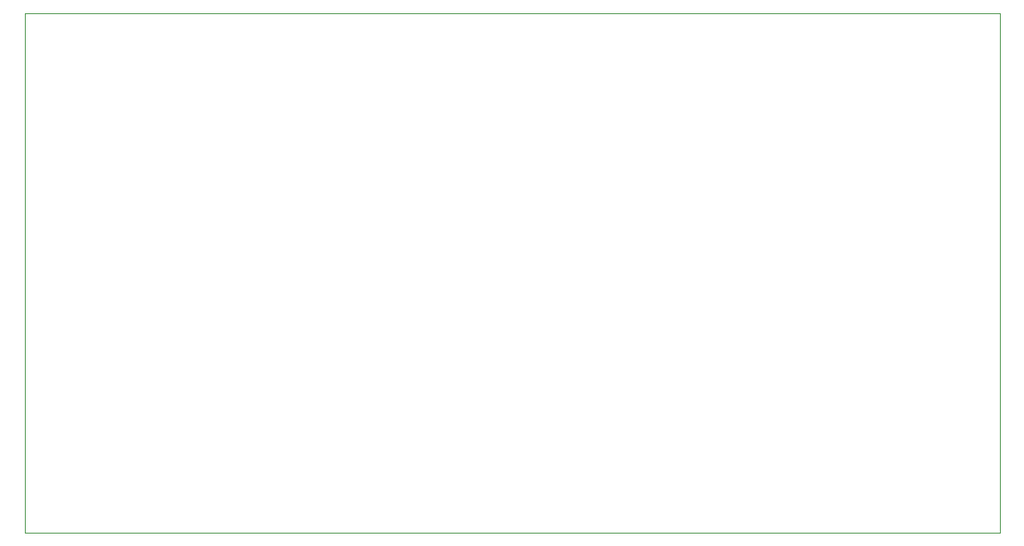
<source format=gm1>
%TF.GenerationSoftware,KiCad,Pcbnew,9.0.1*%
%TF.CreationDate,2025-05-12T16:26:17+02:00*%
%TF.ProjectId,Verst_rker,56657273-74e4-4726-9b65-722e6b696361,1*%
%TF.SameCoordinates,Original*%
%TF.FileFunction,Profile,NP*%
%FSLAX46Y46*%
G04 Gerber Fmt 4.6, Leading zero omitted, Abs format (unit mm)*
G04 Created by KiCad (PCBNEW 9.0.1) date 2025-05-12 16:26:17*
%MOMM*%
%LPD*%
G01*
G04 APERTURE LIST*
%TA.AperFunction,Profile*%
%ADD10C,0.050000*%
%TD*%
G04 APERTURE END LIST*
D10*
X37000000Y-59000000D02*
X136500000Y-59000000D01*
X136500000Y-112000000D01*
X37000000Y-112000000D01*
X37000000Y-59000000D01*
M02*

</source>
